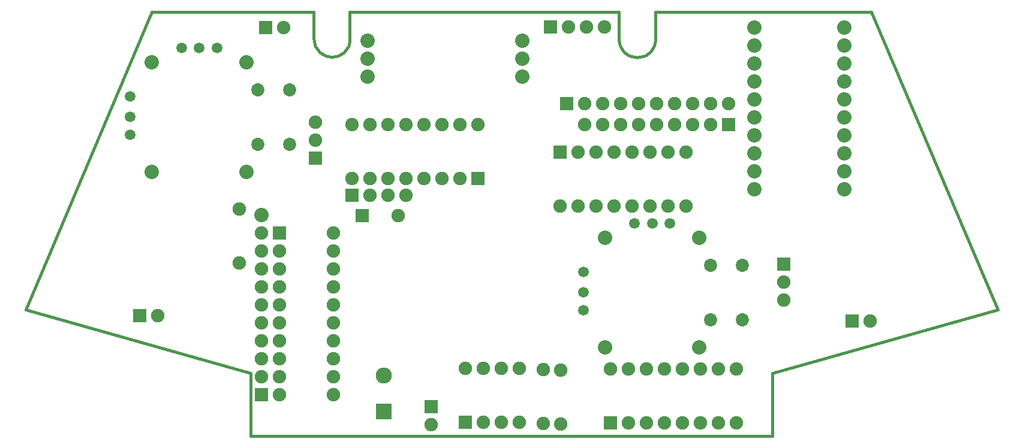
<source format=gbs>
G04 (created by PCBNEW-RS274X (20100406 SVN-R2508)-final) date 9/22/2010 8:11:36 PM*
G01*
G70*
G90*
%MOIN*%
G04 Gerber Fmt 3.4, Leading zero omitted, Abs format*
%FSLAX34Y34*%
G04 APERTURE LIST*
%ADD10C,0.006000*%
%ADD11C,0.015000*%
%ADD12C,0.080000*%
%ADD13R,0.075000X0.075000*%
%ADD14C,0.075000*%
%ADD15C,0.073000*%
%ADD16C,0.059000*%
%ADD17R,0.090000X0.090000*%
%ADD18C,0.090000*%
G04 APERTURE END LIST*
G54D10*
G54D11*
X47621Y-34111D02*
X62578Y-34111D01*
X64588Y-34111D02*
X65914Y-34111D01*
X65588Y-34110D02*
X67788Y-34110D01*
X36610Y-34110D02*
X45620Y-34110D01*
X45620Y-34110D02*
X45620Y-35610D01*
X45620Y-35610D02*
X45624Y-35697D01*
X45636Y-35783D01*
X45655Y-35868D01*
X45681Y-35952D01*
X45714Y-36032D01*
X45754Y-36109D01*
X45801Y-36183D01*
X45854Y-36252D01*
X45913Y-36317D01*
X45978Y-36376D01*
X46047Y-36429D01*
X46121Y-36476D01*
X46198Y-36516D01*
X46278Y-36549D01*
X46362Y-36575D01*
X46447Y-36594D01*
X46533Y-36606D01*
X46620Y-36610D01*
X46620Y-36610D02*
X46707Y-36606D01*
X46793Y-36594D01*
X46878Y-36575D01*
X46962Y-36549D01*
X47042Y-36516D01*
X47120Y-36476D01*
X47193Y-36429D01*
X47262Y-36376D01*
X47327Y-36317D01*
X47386Y-36252D01*
X47439Y-36183D01*
X47486Y-36109D01*
X47526Y-36032D01*
X47559Y-35952D01*
X47585Y-35868D01*
X47604Y-35783D01*
X47616Y-35697D01*
X47620Y-35610D01*
X47620Y-35610D02*
X47620Y-34110D01*
X62578Y-34110D02*
X62578Y-35610D01*
X62578Y-35630D02*
X62582Y-35717D01*
X62594Y-35803D01*
X62613Y-35888D01*
X62639Y-35972D01*
X62672Y-36052D01*
X62712Y-36129D01*
X62759Y-36203D01*
X62812Y-36272D01*
X62871Y-36337D01*
X62936Y-36396D01*
X63005Y-36449D01*
X63079Y-36496D01*
X63156Y-36536D01*
X63236Y-36569D01*
X63320Y-36595D01*
X63405Y-36614D01*
X63491Y-36626D01*
X63578Y-36630D01*
X63598Y-36630D02*
X63685Y-36626D01*
X63771Y-36614D01*
X63856Y-36595D01*
X63940Y-36569D01*
X64020Y-36536D01*
X64098Y-36496D01*
X64171Y-36449D01*
X64240Y-36396D01*
X64305Y-36337D01*
X64364Y-36272D01*
X64417Y-36203D01*
X64464Y-36129D01*
X64504Y-36052D01*
X64537Y-35972D01*
X64563Y-35888D01*
X64582Y-35803D01*
X64594Y-35717D01*
X64598Y-35630D01*
X64588Y-35629D02*
X64588Y-34129D01*
X67610Y-34110D02*
X76610Y-34110D01*
X76610Y-34110D02*
X83630Y-50690D01*
X83630Y-50690D02*
X71110Y-54210D01*
X71110Y-54210D02*
X71110Y-57710D01*
X71110Y-57710D02*
X42110Y-57710D01*
X42110Y-57710D02*
X42110Y-54210D01*
X42110Y-54210D02*
X29600Y-50690D01*
X29600Y-50690D02*
X36610Y-34110D01*
G54D12*
X75098Y-34965D03*
X75098Y-35965D03*
X75098Y-36965D03*
X75098Y-37965D03*
X75098Y-38965D03*
X75098Y-39965D03*
X75098Y-40965D03*
X75098Y-41965D03*
X75098Y-42965D03*
X75098Y-43965D03*
X70098Y-43965D03*
X70098Y-42965D03*
X70098Y-41965D03*
X70098Y-40965D03*
X70098Y-39965D03*
X70098Y-38965D03*
X70098Y-37965D03*
X70098Y-36965D03*
X70098Y-35965D03*
X70098Y-34965D03*
G54D13*
X59295Y-41915D03*
G54D14*
X60295Y-41915D03*
X61295Y-41915D03*
X62295Y-41915D03*
X63295Y-41915D03*
X64295Y-41915D03*
X65295Y-41915D03*
X66295Y-41915D03*
X66295Y-44915D03*
X65295Y-44915D03*
X64295Y-44915D03*
X63295Y-44915D03*
X62295Y-44915D03*
X61295Y-44915D03*
X60295Y-44915D03*
X59295Y-44915D03*
G54D13*
X54750Y-43370D03*
G54D14*
X53750Y-43370D03*
X52750Y-43370D03*
X51750Y-43370D03*
X50750Y-43370D03*
X49750Y-43370D03*
X48750Y-43370D03*
X47750Y-43370D03*
X47750Y-40370D03*
X48750Y-40370D03*
X49750Y-40370D03*
X50750Y-40370D03*
X51750Y-40370D03*
X52750Y-40370D03*
X53750Y-40370D03*
X54750Y-40370D03*
G54D13*
X48289Y-45443D03*
G54D14*
X50289Y-45443D03*
G54D12*
X67050Y-52770D03*
X67050Y-46670D03*
X61810Y-46670D03*
X61810Y-52770D03*
G54D15*
X69450Y-51230D03*
X67680Y-51230D03*
X69450Y-48200D03*
X67680Y-48200D03*
G54D16*
X65420Y-45880D03*
X64430Y-45880D03*
X63450Y-45880D03*
X60590Y-50700D03*
X60590Y-49720D03*
X60590Y-48580D03*
G54D12*
X41860Y-43010D03*
X41860Y-36910D03*
X36620Y-36910D03*
X36620Y-43010D03*
G54D15*
X44260Y-41470D03*
X42490Y-41470D03*
X44260Y-38440D03*
X42490Y-38440D03*
G54D16*
X40230Y-36120D03*
X39240Y-36120D03*
X38260Y-36120D03*
X35400Y-40940D03*
X35400Y-39960D03*
X35400Y-38820D03*
G54D17*
X49518Y-56335D03*
G54D18*
X49518Y-54335D03*
G54D12*
X57220Y-37723D03*
X57220Y-35723D03*
X57220Y-36723D03*
X48600Y-37723D03*
X48600Y-35723D03*
X48600Y-36723D03*
G54D14*
X59331Y-57061D03*
X59331Y-54061D03*
X58386Y-57022D03*
X58386Y-54022D03*
G54D13*
X52136Y-56065D03*
G54D14*
X52136Y-57065D03*
G54D13*
X45719Y-42240D03*
G54D14*
X45719Y-41240D03*
X45719Y-40240D03*
G54D13*
X71722Y-48154D03*
G54D14*
X71722Y-49154D03*
X71722Y-50154D03*
G54D13*
X47752Y-44311D03*
G54D14*
X48752Y-44311D03*
X49752Y-44311D03*
X50752Y-44311D03*
G54D13*
X54051Y-56953D03*
G54D14*
X55051Y-56953D03*
X56051Y-56953D03*
X57051Y-56953D03*
X57051Y-53953D03*
X56051Y-53953D03*
X55051Y-53953D03*
X54051Y-53953D03*
G54D13*
X42717Y-55406D03*
G54D14*
X42717Y-54406D03*
X42717Y-53406D03*
X42717Y-52406D03*
X42717Y-51406D03*
X42717Y-50406D03*
X42717Y-49406D03*
X42717Y-48406D03*
X42717Y-47406D03*
X42717Y-46406D03*
G54D12*
X42717Y-45406D03*
G54D13*
X68657Y-40374D03*
G54D14*
X67657Y-40374D03*
X66657Y-40374D03*
X65657Y-40374D03*
X64657Y-40374D03*
X63657Y-40374D03*
X62657Y-40374D03*
X61657Y-40374D03*
X60657Y-40374D03*
G54D13*
X43697Y-46406D03*
G54D14*
X43697Y-47406D03*
X43697Y-48406D03*
X43697Y-49406D03*
X43697Y-50406D03*
X43697Y-51406D03*
X43697Y-52406D03*
X43697Y-53406D03*
X43697Y-54406D03*
X43697Y-55406D03*
X46697Y-55406D03*
X46697Y-54406D03*
X46697Y-53406D03*
X46697Y-52406D03*
X46697Y-51406D03*
X46697Y-50406D03*
X46697Y-49406D03*
X46697Y-48406D03*
X46697Y-47406D03*
X46697Y-46406D03*
G54D13*
X62100Y-56982D03*
G54D14*
X63100Y-56982D03*
X64100Y-56982D03*
X65100Y-56982D03*
X66100Y-56982D03*
X67100Y-56982D03*
X68100Y-56982D03*
X69100Y-56982D03*
X69100Y-53982D03*
X68100Y-53982D03*
X67100Y-53982D03*
X66100Y-53982D03*
X65100Y-53982D03*
X64100Y-53982D03*
X63100Y-53982D03*
X62100Y-53982D03*
G54D13*
X35947Y-51024D03*
G54D14*
X36947Y-51024D03*
G54D13*
X75553Y-51329D03*
G54D14*
X76553Y-51329D03*
G54D13*
X58780Y-34942D03*
G54D14*
X59780Y-34942D03*
X60780Y-34942D03*
X61780Y-34942D03*
X41486Y-48094D03*
X41486Y-45094D03*
G54D13*
X42945Y-34980D03*
G54D14*
X43945Y-34980D03*
G54D13*
X59657Y-39224D03*
G54D14*
X60657Y-39224D03*
X61657Y-39224D03*
X62657Y-39224D03*
X63657Y-39224D03*
X64657Y-39224D03*
X65657Y-39224D03*
X66657Y-39224D03*
X67657Y-39224D03*
X68657Y-39224D03*
M02*

</source>
